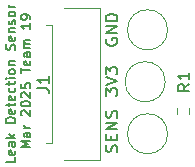
<source format=gbr>
%TF.GenerationSoftware,KiCad,Pcbnew,9.0.0*%
%TF.CreationDate,2025-03-23T00:29:21-05:00*%
%TF.ProjectId,LeakDetectionSensorV1,4c65616b-4465-4746-9563-74696f6e5365,rev?*%
%TF.SameCoordinates,Original*%
%TF.FileFunction,Legend,Top*%
%TF.FilePolarity,Positive*%
%FSLAX46Y46*%
G04 Gerber Fmt 4.6, Leading zero omitted, Abs format (unit mm)*
G04 Created by KiCad (PCBNEW 9.0.0) date 2025-03-23 00:29:21*
%MOMM*%
%LPD*%
G01*
G04 APERTURE LIST*
%ADD10C,0.200000*%
%ADD11C,0.150000*%
%ADD12C,0.120000*%
G04 APERTURE END LIST*
D10*
X127803740Y-101396993D02*
X127803740Y-101777945D01*
X127803740Y-101777945D02*
X127003740Y-101777945D01*
X127765645Y-100825564D02*
X127803740Y-100901755D01*
X127803740Y-100901755D02*
X127803740Y-101054136D01*
X127803740Y-101054136D02*
X127765645Y-101130326D01*
X127765645Y-101130326D02*
X127689454Y-101168422D01*
X127689454Y-101168422D02*
X127384692Y-101168422D01*
X127384692Y-101168422D02*
X127308502Y-101130326D01*
X127308502Y-101130326D02*
X127270406Y-101054136D01*
X127270406Y-101054136D02*
X127270406Y-100901755D01*
X127270406Y-100901755D02*
X127308502Y-100825564D01*
X127308502Y-100825564D02*
X127384692Y-100787469D01*
X127384692Y-100787469D02*
X127460883Y-100787469D01*
X127460883Y-100787469D02*
X127537073Y-101168422D01*
X127803740Y-100101755D02*
X127384692Y-100101755D01*
X127384692Y-100101755D02*
X127308502Y-100139850D01*
X127308502Y-100139850D02*
X127270406Y-100216041D01*
X127270406Y-100216041D02*
X127270406Y-100368422D01*
X127270406Y-100368422D02*
X127308502Y-100444612D01*
X127765645Y-100101755D02*
X127803740Y-100177946D01*
X127803740Y-100177946D02*
X127803740Y-100368422D01*
X127803740Y-100368422D02*
X127765645Y-100444612D01*
X127765645Y-100444612D02*
X127689454Y-100482708D01*
X127689454Y-100482708D02*
X127613264Y-100482708D01*
X127613264Y-100482708D02*
X127537073Y-100444612D01*
X127537073Y-100444612D02*
X127498978Y-100368422D01*
X127498978Y-100368422D02*
X127498978Y-100177946D01*
X127498978Y-100177946D02*
X127460883Y-100101755D01*
X127803740Y-99720802D02*
X127003740Y-99720802D01*
X127498978Y-99644612D02*
X127803740Y-99416040D01*
X127270406Y-99416040D02*
X127575168Y-99720802D01*
X127803740Y-98463659D02*
X127003740Y-98463659D01*
X127003740Y-98463659D02*
X127003740Y-98273183D01*
X127003740Y-98273183D02*
X127041835Y-98158897D01*
X127041835Y-98158897D02*
X127118025Y-98082707D01*
X127118025Y-98082707D02*
X127194216Y-98044612D01*
X127194216Y-98044612D02*
X127346597Y-98006516D01*
X127346597Y-98006516D02*
X127460883Y-98006516D01*
X127460883Y-98006516D02*
X127613264Y-98044612D01*
X127613264Y-98044612D02*
X127689454Y-98082707D01*
X127689454Y-98082707D02*
X127765645Y-98158897D01*
X127765645Y-98158897D02*
X127803740Y-98273183D01*
X127803740Y-98273183D02*
X127803740Y-98463659D01*
X127765645Y-97358897D02*
X127803740Y-97435088D01*
X127803740Y-97435088D02*
X127803740Y-97587469D01*
X127803740Y-97587469D02*
X127765645Y-97663659D01*
X127765645Y-97663659D02*
X127689454Y-97701755D01*
X127689454Y-97701755D02*
X127384692Y-97701755D01*
X127384692Y-97701755D02*
X127308502Y-97663659D01*
X127308502Y-97663659D02*
X127270406Y-97587469D01*
X127270406Y-97587469D02*
X127270406Y-97435088D01*
X127270406Y-97435088D02*
X127308502Y-97358897D01*
X127308502Y-97358897D02*
X127384692Y-97320802D01*
X127384692Y-97320802D02*
X127460883Y-97320802D01*
X127460883Y-97320802D02*
X127537073Y-97701755D01*
X127270406Y-97092231D02*
X127270406Y-96787469D01*
X127003740Y-96977945D02*
X127689454Y-96977945D01*
X127689454Y-96977945D02*
X127765645Y-96939850D01*
X127765645Y-96939850D02*
X127803740Y-96863660D01*
X127803740Y-96863660D02*
X127803740Y-96787469D01*
X127765645Y-96216040D02*
X127803740Y-96292231D01*
X127803740Y-96292231D02*
X127803740Y-96444612D01*
X127803740Y-96444612D02*
X127765645Y-96520802D01*
X127765645Y-96520802D02*
X127689454Y-96558898D01*
X127689454Y-96558898D02*
X127384692Y-96558898D01*
X127384692Y-96558898D02*
X127308502Y-96520802D01*
X127308502Y-96520802D02*
X127270406Y-96444612D01*
X127270406Y-96444612D02*
X127270406Y-96292231D01*
X127270406Y-96292231D02*
X127308502Y-96216040D01*
X127308502Y-96216040D02*
X127384692Y-96177945D01*
X127384692Y-96177945D02*
X127460883Y-96177945D01*
X127460883Y-96177945D02*
X127537073Y-96558898D01*
X127765645Y-95492231D02*
X127803740Y-95568422D01*
X127803740Y-95568422D02*
X127803740Y-95720803D01*
X127803740Y-95720803D02*
X127765645Y-95796993D01*
X127765645Y-95796993D02*
X127727549Y-95835088D01*
X127727549Y-95835088D02*
X127651359Y-95873184D01*
X127651359Y-95873184D02*
X127422787Y-95873184D01*
X127422787Y-95873184D02*
X127346597Y-95835088D01*
X127346597Y-95835088D02*
X127308502Y-95796993D01*
X127308502Y-95796993D02*
X127270406Y-95720803D01*
X127270406Y-95720803D02*
X127270406Y-95568422D01*
X127270406Y-95568422D02*
X127308502Y-95492231D01*
X127270406Y-95263660D02*
X127270406Y-94958898D01*
X127003740Y-95149374D02*
X127689454Y-95149374D01*
X127689454Y-95149374D02*
X127765645Y-95111279D01*
X127765645Y-95111279D02*
X127803740Y-95035089D01*
X127803740Y-95035089D02*
X127803740Y-94958898D01*
X127803740Y-94692231D02*
X127270406Y-94692231D01*
X127003740Y-94692231D02*
X127041835Y-94730327D01*
X127041835Y-94730327D02*
X127079930Y-94692231D01*
X127079930Y-94692231D02*
X127041835Y-94654136D01*
X127041835Y-94654136D02*
X127003740Y-94692231D01*
X127003740Y-94692231D02*
X127079930Y-94692231D01*
X127803740Y-94196994D02*
X127765645Y-94273184D01*
X127765645Y-94273184D02*
X127727549Y-94311279D01*
X127727549Y-94311279D02*
X127651359Y-94349375D01*
X127651359Y-94349375D02*
X127422787Y-94349375D01*
X127422787Y-94349375D02*
X127346597Y-94311279D01*
X127346597Y-94311279D02*
X127308502Y-94273184D01*
X127308502Y-94273184D02*
X127270406Y-94196994D01*
X127270406Y-94196994D02*
X127270406Y-94082708D01*
X127270406Y-94082708D02*
X127308502Y-94006517D01*
X127308502Y-94006517D02*
X127346597Y-93968422D01*
X127346597Y-93968422D02*
X127422787Y-93930327D01*
X127422787Y-93930327D02*
X127651359Y-93930327D01*
X127651359Y-93930327D02*
X127727549Y-93968422D01*
X127727549Y-93968422D02*
X127765645Y-94006517D01*
X127765645Y-94006517D02*
X127803740Y-94082708D01*
X127803740Y-94082708D02*
X127803740Y-94196994D01*
X127270406Y-93587469D02*
X127803740Y-93587469D01*
X127346597Y-93587469D02*
X127308502Y-93549374D01*
X127308502Y-93549374D02*
X127270406Y-93473184D01*
X127270406Y-93473184D02*
X127270406Y-93358898D01*
X127270406Y-93358898D02*
X127308502Y-93282707D01*
X127308502Y-93282707D02*
X127384692Y-93244612D01*
X127384692Y-93244612D02*
X127803740Y-93244612D01*
X127765645Y-92292231D02*
X127803740Y-92177945D01*
X127803740Y-92177945D02*
X127803740Y-91987469D01*
X127803740Y-91987469D02*
X127765645Y-91911278D01*
X127765645Y-91911278D02*
X127727549Y-91873183D01*
X127727549Y-91873183D02*
X127651359Y-91835088D01*
X127651359Y-91835088D02*
X127575168Y-91835088D01*
X127575168Y-91835088D02*
X127498978Y-91873183D01*
X127498978Y-91873183D02*
X127460883Y-91911278D01*
X127460883Y-91911278D02*
X127422787Y-91987469D01*
X127422787Y-91987469D02*
X127384692Y-92139850D01*
X127384692Y-92139850D02*
X127346597Y-92216040D01*
X127346597Y-92216040D02*
X127308502Y-92254135D01*
X127308502Y-92254135D02*
X127232311Y-92292231D01*
X127232311Y-92292231D02*
X127156121Y-92292231D01*
X127156121Y-92292231D02*
X127079930Y-92254135D01*
X127079930Y-92254135D02*
X127041835Y-92216040D01*
X127041835Y-92216040D02*
X127003740Y-92139850D01*
X127003740Y-92139850D02*
X127003740Y-91949373D01*
X127003740Y-91949373D02*
X127041835Y-91835088D01*
X127765645Y-91187468D02*
X127803740Y-91263659D01*
X127803740Y-91263659D02*
X127803740Y-91416040D01*
X127803740Y-91416040D02*
X127765645Y-91492230D01*
X127765645Y-91492230D02*
X127689454Y-91530326D01*
X127689454Y-91530326D02*
X127384692Y-91530326D01*
X127384692Y-91530326D02*
X127308502Y-91492230D01*
X127308502Y-91492230D02*
X127270406Y-91416040D01*
X127270406Y-91416040D02*
X127270406Y-91263659D01*
X127270406Y-91263659D02*
X127308502Y-91187468D01*
X127308502Y-91187468D02*
X127384692Y-91149373D01*
X127384692Y-91149373D02*
X127460883Y-91149373D01*
X127460883Y-91149373D02*
X127537073Y-91530326D01*
X127270406Y-90806516D02*
X127803740Y-90806516D01*
X127346597Y-90806516D02*
X127308502Y-90768421D01*
X127308502Y-90768421D02*
X127270406Y-90692231D01*
X127270406Y-90692231D02*
X127270406Y-90577945D01*
X127270406Y-90577945D02*
X127308502Y-90501754D01*
X127308502Y-90501754D02*
X127384692Y-90463659D01*
X127384692Y-90463659D02*
X127803740Y-90463659D01*
X127765645Y-90120802D02*
X127803740Y-90044611D01*
X127803740Y-90044611D02*
X127803740Y-89892230D01*
X127803740Y-89892230D02*
X127765645Y-89816040D01*
X127765645Y-89816040D02*
X127689454Y-89777944D01*
X127689454Y-89777944D02*
X127651359Y-89777944D01*
X127651359Y-89777944D02*
X127575168Y-89816040D01*
X127575168Y-89816040D02*
X127537073Y-89892230D01*
X127537073Y-89892230D02*
X127537073Y-90006516D01*
X127537073Y-90006516D02*
X127498978Y-90082706D01*
X127498978Y-90082706D02*
X127422787Y-90120802D01*
X127422787Y-90120802D02*
X127384692Y-90120802D01*
X127384692Y-90120802D02*
X127308502Y-90082706D01*
X127308502Y-90082706D02*
X127270406Y-90006516D01*
X127270406Y-90006516D02*
X127270406Y-89892230D01*
X127270406Y-89892230D02*
X127308502Y-89816040D01*
X127803740Y-89320802D02*
X127765645Y-89396992D01*
X127765645Y-89396992D02*
X127727549Y-89435087D01*
X127727549Y-89435087D02*
X127651359Y-89473183D01*
X127651359Y-89473183D02*
X127422787Y-89473183D01*
X127422787Y-89473183D02*
X127346597Y-89435087D01*
X127346597Y-89435087D02*
X127308502Y-89396992D01*
X127308502Y-89396992D02*
X127270406Y-89320802D01*
X127270406Y-89320802D02*
X127270406Y-89206516D01*
X127270406Y-89206516D02*
X127308502Y-89130325D01*
X127308502Y-89130325D02*
X127346597Y-89092230D01*
X127346597Y-89092230D02*
X127422787Y-89054135D01*
X127422787Y-89054135D02*
X127651359Y-89054135D01*
X127651359Y-89054135D02*
X127727549Y-89092230D01*
X127727549Y-89092230D02*
X127765645Y-89130325D01*
X127765645Y-89130325D02*
X127803740Y-89206516D01*
X127803740Y-89206516D02*
X127803740Y-89320802D01*
X127803740Y-88711277D02*
X127270406Y-88711277D01*
X127422787Y-88711277D02*
X127346597Y-88673182D01*
X127346597Y-88673182D02*
X127308502Y-88635087D01*
X127308502Y-88635087D02*
X127270406Y-88558896D01*
X127270406Y-88558896D02*
X127270406Y-88482706D01*
X129091695Y-100558897D02*
X128291695Y-100558897D01*
X128291695Y-100558897D02*
X128863123Y-100292231D01*
X128863123Y-100292231D02*
X128291695Y-100025564D01*
X128291695Y-100025564D02*
X129091695Y-100025564D01*
X129091695Y-99301754D02*
X128672647Y-99301754D01*
X128672647Y-99301754D02*
X128596457Y-99339849D01*
X128596457Y-99339849D02*
X128558361Y-99416040D01*
X128558361Y-99416040D02*
X128558361Y-99568421D01*
X128558361Y-99568421D02*
X128596457Y-99644611D01*
X129053600Y-99301754D02*
X129091695Y-99377945D01*
X129091695Y-99377945D02*
X129091695Y-99568421D01*
X129091695Y-99568421D02*
X129053600Y-99644611D01*
X129053600Y-99644611D02*
X128977409Y-99682707D01*
X128977409Y-99682707D02*
X128901219Y-99682707D01*
X128901219Y-99682707D02*
X128825028Y-99644611D01*
X128825028Y-99644611D02*
X128786933Y-99568421D01*
X128786933Y-99568421D02*
X128786933Y-99377945D01*
X128786933Y-99377945D02*
X128748838Y-99301754D01*
X129091695Y-98920801D02*
X128558361Y-98920801D01*
X128710742Y-98920801D02*
X128634552Y-98882706D01*
X128634552Y-98882706D02*
X128596457Y-98844611D01*
X128596457Y-98844611D02*
X128558361Y-98768420D01*
X128558361Y-98768420D02*
X128558361Y-98692230D01*
X128367885Y-97854135D02*
X128329790Y-97816039D01*
X128329790Y-97816039D02*
X128291695Y-97739849D01*
X128291695Y-97739849D02*
X128291695Y-97549373D01*
X128291695Y-97549373D02*
X128329790Y-97473182D01*
X128329790Y-97473182D02*
X128367885Y-97435087D01*
X128367885Y-97435087D02*
X128444076Y-97396992D01*
X128444076Y-97396992D02*
X128520266Y-97396992D01*
X128520266Y-97396992D02*
X128634552Y-97435087D01*
X128634552Y-97435087D02*
X129091695Y-97892230D01*
X129091695Y-97892230D02*
X129091695Y-97396992D01*
X128291695Y-96901753D02*
X128291695Y-96825563D01*
X128291695Y-96825563D02*
X128329790Y-96749372D01*
X128329790Y-96749372D02*
X128367885Y-96711277D01*
X128367885Y-96711277D02*
X128444076Y-96673182D01*
X128444076Y-96673182D02*
X128596457Y-96635087D01*
X128596457Y-96635087D02*
X128786933Y-96635087D01*
X128786933Y-96635087D02*
X128939314Y-96673182D01*
X128939314Y-96673182D02*
X129015504Y-96711277D01*
X129015504Y-96711277D02*
X129053600Y-96749372D01*
X129053600Y-96749372D02*
X129091695Y-96825563D01*
X129091695Y-96825563D02*
X129091695Y-96901753D01*
X129091695Y-96901753D02*
X129053600Y-96977944D01*
X129053600Y-96977944D02*
X129015504Y-97016039D01*
X129015504Y-97016039D02*
X128939314Y-97054134D01*
X128939314Y-97054134D02*
X128786933Y-97092230D01*
X128786933Y-97092230D02*
X128596457Y-97092230D01*
X128596457Y-97092230D02*
X128444076Y-97054134D01*
X128444076Y-97054134D02*
X128367885Y-97016039D01*
X128367885Y-97016039D02*
X128329790Y-96977944D01*
X128329790Y-96977944D02*
X128291695Y-96901753D01*
X128367885Y-96330325D02*
X128329790Y-96292229D01*
X128329790Y-96292229D02*
X128291695Y-96216039D01*
X128291695Y-96216039D02*
X128291695Y-96025563D01*
X128291695Y-96025563D02*
X128329790Y-95949372D01*
X128329790Y-95949372D02*
X128367885Y-95911277D01*
X128367885Y-95911277D02*
X128444076Y-95873182D01*
X128444076Y-95873182D02*
X128520266Y-95873182D01*
X128520266Y-95873182D02*
X128634552Y-95911277D01*
X128634552Y-95911277D02*
X129091695Y-96368420D01*
X129091695Y-96368420D02*
X129091695Y-95873182D01*
X128291695Y-95149372D02*
X128291695Y-95530324D01*
X128291695Y-95530324D02*
X128672647Y-95568420D01*
X128672647Y-95568420D02*
X128634552Y-95530324D01*
X128634552Y-95530324D02*
X128596457Y-95454134D01*
X128596457Y-95454134D02*
X128596457Y-95263658D01*
X128596457Y-95263658D02*
X128634552Y-95187467D01*
X128634552Y-95187467D02*
X128672647Y-95149372D01*
X128672647Y-95149372D02*
X128748838Y-95111277D01*
X128748838Y-95111277D02*
X128939314Y-95111277D01*
X128939314Y-95111277D02*
X129015504Y-95149372D01*
X129015504Y-95149372D02*
X129053600Y-95187467D01*
X129053600Y-95187467D02*
X129091695Y-95263658D01*
X129091695Y-95263658D02*
X129091695Y-95454134D01*
X129091695Y-95454134D02*
X129053600Y-95530324D01*
X129053600Y-95530324D02*
X129015504Y-95568420D01*
X128291695Y-94273181D02*
X128291695Y-93816038D01*
X129091695Y-94044610D02*
X128291695Y-94044610D01*
X129053600Y-93244609D02*
X129091695Y-93320800D01*
X129091695Y-93320800D02*
X129091695Y-93473181D01*
X129091695Y-93473181D02*
X129053600Y-93549371D01*
X129053600Y-93549371D02*
X128977409Y-93587467D01*
X128977409Y-93587467D02*
X128672647Y-93587467D01*
X128672647Y-93587467D02*
X128596457Y-93549371D01*
X128596457Y-93549371D02*
X128558361Y-93473181D01*
X128558361Y-93473181D02*
X128558361Y-93320800D01*
X128558361Y-93320800D02*
X128596457Y-93244609D01*
X128596457Y-93244609D02*
X128672647Y-93206514D01*
X128672647Y-93206514D02*
X128748838Y-93206514D01*
X128748838Y-93206514D02*
X128825028Y-93587467D01*
X129091695Y-92520800D02*
X128672647Y-92520800D01*
X128672647Y-92520800D02*
X128596457Y-92558895D01*
X128596457Y-92558895D02*
X128558361Y-92635086D01*
X128558361Y-92635086D02*
X128558361Y-92787467D01*
X128558361Y-92787467D02*
X128596457Y-92863657D01*
X129053600Y-92520800D02*
X129091695Y-92596991D01*
X129091695Y-92596991D02*
X129091695Y-92787467D01*
X129091695Y-92787467D02*
X129053600Y-92863657D01*
X129053600Y-92863657D02*
X128977409Y-92901753D01*
X128977409Y-92901753D02*
X128901219Y-92901753D01*
X128901219Y-92901753D02*
X128825028Y-92863657D01*
X128825028Y-92863657D02*
X128786933Y-92787467D01*
X128786933Y-92787467D02*
X128786933Y-92596991D01*
X128786933Y-92596991D02*
X128748838Y-92520800D01*
X129091695Y-92139847D02*
X128558361Y-92139847D01*
X128634552Y-92139847D02*
X128596457Y-92101752D01*
X128596457Y-92101752D02*
X128558361Y-92025562D01*
X128558361Y-92025562D02*
X128558361Y-91911276D01*
X128558361Y-91911276D02*
X128596457Y-91835085D01*
X128596457Y-91835085D02*
X128672647Y-91796990D01*
X128672647Y-91796990D02*
X129091695Y-91796990D01*
X128672647Y-91796990D02*
X128596457Y-91758895D01*
X128596457Y-91758895D02*
X128558361Y-91682704D01*
X128558361Y-91682704D02*
X128558361Y-91568419D01*
X128558361Y-91568419D02*
X128596457Y-91492228D01*
X128596457Y-91492228D02*
X128672647Y-91454133D01*
X128672647Y-91454133D02*
X129091695Y-91454133D01*
X129091695Y-90044609D02*
X129091695Y-90501752D01*
X129091695Y-90273180D02*
X128291695Y-90273180D01*
X128291695Y-90273180D02*
X128405980Y-90349371D01*
X128405980Y-90349371D02*
X128482171Y-90425561D01*
X128482171Y-90425561D02*
X128520266Y-90501752D01*
X129091695Y-89663656D02*
X129091695Y-89511275D01*
X129091695Y-89511275D02*
X129053600Y-89435085D01*
X129053600Y-89435085D02*
X129015504Y-89396989D01*
X129015504Y-89396989D02*
X128901219Y-89320799D01*
X128901219Y-89320799D02*
X128748838Y-89282704D01*
X128748838Y-89282704D02*
X128444076Y-89282704D01*
X128444076Y-89282704D02*
X128367885Y-89320799D01*
X128367885Y-89320799D02*
X128329790Y-89358894D01*
X128329790Y-89358894D02*
X128291695Y-89435085D01*
X128291695Y-89435085D02*
X128291695Y-89587466D01*
X128291695Y-89587466D02*
X128329790Y-89663656D01*
X128329790Y-89663656D02*
X128367885Y-89701751D01*
X128367885Y-89701751D02*
X128444076Y-89739847D01*
X128444076Y-89739847D02*
X128634552Y-89739847D01*
X128634552Y-89739847D02*
X128710742Y-89701751D01*
X128710742Y-89701751D02*
X128748838Y-89663656D01*
X128748838Y-89663656D02*
X128786933Y-89587466D01*
X128786933Y-89587466D02*
X128786933Y-89435085D01*
X128786933Y-89435085D02*
X128748838Y-89358894D01*
X128748838Y-89358894D02*
X128710742Y-89320799D01*
X128710742Y-89320799D02*
X128634552Y-89282704D01*
D11*
X135454819Y-96188094D02*
X135454819Y-95569047D01*
X135454819Y-95569047D02*
X135835771Y-95902380D01*
X135835771Y-95902380D02*
X135835771Y-95759523D01*
X135835771Y-95759523D02*
X135883390Y-95664285D01*
X135883390Y-95664285D02*
X135931009Y-95616666D01*
X135931009Y-95616666D02*
X136026247Y-95569047D01*
X136026247Y-95569047D02*
X136264342Y-95569047D01*
X136264342Y-95569047D02*
X136359580Y-95616666D01*
X136359580Y-95616666D02*
X136407200Y-95664285D01*
X136407200Y-95664285D02*
X136454819Y-95759523D01*
X136454819Y-95759523D02*
X136454819Y-96045237D01*
X136454819Y-96045237D02*
X136407200Y-96140475D01*
X136407200Y-96140475D02*
X136359580Y-96188094D01*
X135454819Y-95283332D02*
X136454819Y-94949999D01*
X136454819Y-94949999D02*
X135454819Y-94616666D01*
X135454819Y-94378570D02*
X135454819Y-93759523D01*
X135454819Y-93759523D02*
X135835771Y-94092856D01*
X135835771Y-94092856D02*
X135835771Y-93949999D01*
X135835771Y-93949999D02*
X135883390Y-93854761D01*
X135883390Y-93854761D02*
X135931009Y-93807142D01*
X135931009Y-93807142D02*
X136026247Y-93759523D01*
X136026247Y-93759523D02*
X136264342Y-93759523D01*
X136264342Y-93759523D02*
X136359580Y-93807142D01*
X136359580Y-93807142D02*
X136407200Y-93854761D01*
X136407200Y-93854761D02*
X136454819Y-93949999D01*
X136454819Y-93949999D02*
X136454819Y-94235713D01*
X136454819Y-94235713D02*
X136407200Y-94330951D01*
X136407200Y-94330951D02*
X136359580Y-94378570D01*
X135502438Y-91361904D02*
X135454819Y-91457142D01*
X135454819Y-91457142D02*
X135454819Y-91599999D01*
X135454819Y-91599999D02*
X135502438Y-91742856D01*
X135502438Y-91742856D02*
X135597676Y-91838094D01*
X135597676Y-91838094D02*
X135692914Y-91885713D01*
X135692914Y-91885713D02*
X135883390Y-91933332D01*
X135883390Y-91933332D02*
X136026247Y-91933332D01*
X136026247Y-91933332D02*
X136216723Y-91885713D01*
X136216723Y-91885713D02*
X136311961Y-91838094D01*
X136311961Y-91838094D02*
X136407200Y-91742856D01*
X136407200Y-91742856D02*
X136454819Y-91599999D01*
X136454819Y-91599999D02*
X136454819Y-91504761D01*
X136454819Y-91504761D02*
X136407200Y-91361904D01*
X136407200Y-91361904D02*
X136359580Y-91314285D01*
X136359580Y-91314285D02*
X136026247Y-91314285D01*
X136026247Y-91314285D02*
X136026247Y-91504761D01*
X136454819Y-90885713D02*
X135454819Y-90885713D01*
X135454819Y-90885713D02*
X136454819Y-90314285D01*
X136454819Y-90314285D02*
X135454819Y-90314285D01*
X136454819Y-89838094D02*
X135454819Y-89838094D01*
X135454819Y-89838094D02*
X135454819Y-89599999D01*
X135454819Y-89599999D02*
X135502438Y-89457142D01*
X135502438Y-89457142D02*
X135597676Y-89361904D01*
X135597676Y-89361904D02*
X135692914Y-89314285D01*
X135692914Y-89314285D02*
X135883390Y-89266666D01*
X135883390Y-89266666D02*
X136026247Y-89266666D01*
X136026247Y-89266666D02*
X136216723Y-89314285D01*
X136216723Y-89314285D02*
X136311961Y-89361904D01*
X136311961Y-89361904D02*
X136407200Y-89457142D01*
X136407200Y-89457142D02*
X136454819Y-89599999D01*
X136454819Y-89599999D02*
X136454819Y-89838094D01*
X136407200Y-100938094D02*
X136454819Y-100795237D01*
X136454819Y-100795237D02*
X136454819Y-100557142D01*
X136454819Y-100557142D02*
X136407200Y-100461904D01*
X136407200Y-100461904D02*
X136359580Y-100414285D01*
X136359580Y-100414285D02*
X136264342Y-100366666D01*
X136264342Y-100366666D02*
X136169104Y-100366666D01*
X136169104Y-100366666D02*
X136073866Y-100414285D01*
X136073866Y-100414285D02*
X136026247Y-100461904D01*
X136026247Y-100461904D02*
X135978628Y-100557142D01*
X135978628Y-100557142D02*
X135931009Y-100747618D01*
X135931009Y-100747618D02*
X135883390Y-100842856D01*
X135883390Y-100842856D02*
X135835771Y-100890475D01*
X135835771Y-100890475D02*
X135740533Y-100938094D01*
X135740533Y-100938094D02*
X135645295Y-100938094D01*
X135645295Y-100938094D02*
X135550057Y-100890475D01*
X135550057Y-100890475D02*
X135502438Y-100842856D01*
X135502438Y-100842856D02*
X135454819Y-100747618D01*
X135454819Y-100747618D02*
X135454819Y-100509523D01*
X135454819Y-100509523D02*
X135502438Y-100366666D01*
X135931009Y-99938094D02*
X135931009Y-99604761D01*
X136454819Y-99461904D02*
X136454819Y-99938094D01*
X136454819Y-99938094D02*
X135454819Y-99938094D01*
X135454819Y-99938094D02*
X135454819Y-99461904D01*
X136454819Y-99033332D02*
X135454819Y-99033332D01*
X135454819Y-99033332D02*
X136454819Y-98461904D01*
X136454819Y-98461904D02*
X135454819Y-98461904D01*
X136407200Y-98033332D02*
X136454819Y-97890475D01*
X136454819Y-97890475D02*
X136454819Y-97652380D01*
X136454819Y-97652380D02*
X136407200Y-97557142D01*
X136407200Y-97557142D02*
X136359580Y-97509523D01*
X136359580Y-97509523D02*
X136264342Y-97461904D01*
X136264342Y-97461904D02*
X136169104Y-97461904D01*
X136169104Y-97461904D02*
X136073866Y-97509523D01*
X136073866Y-97509523D02*
X136026247Y-97557142D01*
X136026247Y-97557142D02*
X135978628Y-97652380D01*
X135978628Y-97652380D02*
X135931009Y-97842856D01*
X135931009Y-97842856D02*
X135883390Y-97938094D01*
X135883390Y-97938094D02*
X135835771Y-97985713D01*
X135835771Y-97985713D02*
X135740533Y-98033332D01*
X135740533Y-98033332D02*
X135645295Y-98033332D01*
X135645295Y-98033332D02*
X135550057Y-97985713D01*
X135550057Y-97985713D02*
X135502438Y-97938094D01*
X135502438Y-97938094D02*
X135454819Y-97842856D01*
X135454819Y-97842856D02*
X135454819Y-97604761D01*
X135454819Y-97604761D02*
X135502438Y-97461904D01*
X129654819Y-95533333D02*
X130369104Y-95533333D01*
X130369104Y-95533333D02*
X130511961Y-95580952D01*
X130511961Y-95580952D02*
X130607200Y-95676190D01*
X130607200Y-95676190D02*
X130654819Y-95819047D01*
X130654819Y-95819047D02*
X130654819Y-95914285D01*
X130654819Y-94533333D02*
X130654819Y-95104761D01*
X130654819Y-94819047D02*
X129654819Y-94819047D01*
X129654819Y-94819047D02*
X129797676Y-94914285D01*
X129797676Y-94914285D02*
X129892914Y-95009523D01*
X129892914Y-95009523D02*
X129940533Y-95104761D01*
X142544819Y-95186666D02*
X142068628Y-95519999D01*
X142544819Y-95758094D02*
X141544819Y-95758094D01*
X141544819Y-95758094D02*
X141544819Y-95377142D01*
X141544819Y-95377142D02*
X141592438Y-95281904D01*
X141592438Y-95281904D02*
X141640057Y-95234285D01*
X141640057Y-95234285D02*
X141735295Y-95186666D01*
X141735295Y-95186666D02*
X141878152Y-95186666D01*
X141878152Y-95186666D02*
X141973390Y-95234285D01*
X141973390Y-95234285D02*
X142021009Y-95281904D01*
X142021009Y-95281904D02*
X142068628Y-95377142D01*
X142068628Y-95377142D02*
X142068628Y-95758094D01*
X142544819Y-94234285D02*
X142544819Y-94805713D01*
X142544819Y-94519999D02*
X141544819Y-94519999D01*
X141544819Y-94519999D02*
X141687676Y-94615237D01*
X141687676Y-94615237D02*
X141782914Y-94710475D01*
X141782914Y-94710475D02*
X141830533Y-94805713D01*
D12*
%TO.C,3V3*%
X140500000Y-95000000D02*
G75*
G02*
X137100000Y-95000000I-1700000J0D01*
G01*
X137100000Y-95000000D02*
G75*
G02*
X140500000Y-95000000I1700000J0D01*
G01*
%TO.C,GND*%
X140700000Y-90600000D02*
G75*
G02*
X137300000Y-90600000I-1700000J0D01*
G01*
X137300000Y-90600000D02*
G75*
G02*
X140700000Y-90600000I1700000J0D01*
G01*
%TO.C,SENS*%
X140700000Y-99400000D02*
G75*
G02*
X137300000Y-99400000I-1700000J0D01*
G01*
X137300000Y-99400000D02*
G75*
G02*
X140700000Y-99400000I1700000J0D01*
G01*
%TO.C,J1*%
X130405000Y-90185000D02*
X130405000Y-90205000D01*
X130405000Y-100195000D02*
X130405000Y-100215000D01*
X130405000Y-100215000D02*
X130905000Y-100215000D01*
X130905000Y-90185000D02*
X130405000Y-90185000D01*
X130905000Y-100215000D02*
X130905000Y-90185000D01*
X131920000Y-101635000D02*
X134995000Y-101635000D01*
X134995000Y-88765000D02*
X131920000Y-88765000D01*
X134995000Y-101635000D02*
X134995000Y-88765000D01*
%TO.C,R1*%
X141477500Y-97245276D02*
X141477500Y-97754724D01*
X142522500Y-97245276D02*
X142522500Y-97754724D01*
%TD*%
M02*

</source>
